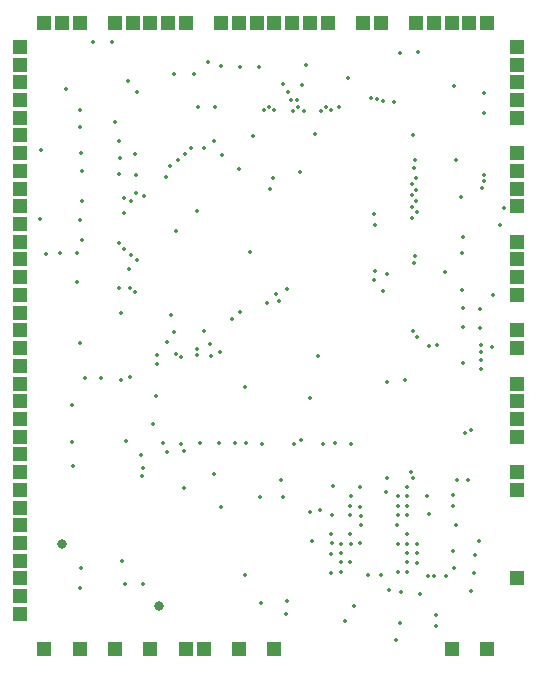
<source format=gbs>
G04*
G04 #@! TF.GenerationSoftware,Altium Limited,Altium Designer,19.1.9 (167)*
G04*
G04 Layer_Color=16711935*
%FSLAX44Y44*%
%MOMM*%
G71*
G01*
G75*
%ADD25R,1.3032X1.3032*%
%ADD26C,0.3500*%
%ADD27C,0.8000*%
D25*
X0Y510000D02*
D03*
X155000Y0D02*
D03*
X140000D02*
D03*
X420000Y60000D02*
D03*
X0Y120000D02*
D03*
Y240000D02*
D03*
Y345000D02*
D03*
Y360000D02*
D03*
Y330000D02*
D03*
Y315000D02*
D03*
Y300000D02*
D03*
Y285000D02*
D03*
Y270000D02*
D03*
Y255000D02*
D03*
Y225000D02*
D03*
Y210000D02*
D03*
Y195000D02*
D03*
Y180000D02*
D03*
Y165000D02*
D03*
Y150000D02*
D03*
Y135000D02*
D03*
Y105000D02*
D03*
Y90000D02*
D03*
Y75000D02*
D03*
Y60000D02*
D03*
Y45000D02*
D03*
Y30000D02*
D03*
X20000Y0D02*
D03*
X50000D02*
D03*
X110000D02*
D03*
X80000D02*
D03*
X215000D02*
D03*
X185000D02*
D03*
X0Y435000D02*
D03*
X420000Y135000D02*
D03*
Y225000D02*
D03*
Y255000D02*
D03*
Y270000D02*
D03*
Y300000D02*
D03*
Y315000D02*
D03*
Y345000D02*
D03*
Y375000D02*
D03*
Y390000D02*
D03*
Y405000D02*
D03*
Y420000D02*
D03*
Y330000D02*
D03*
X395000Y530000D02*
D03*
X380000D02*
D03*
X365000D02*
D03*
X350000D02*
D03*
X335000D02*
D03*
X305000D02*
D03*
X290000D02*
D03*
X260000D02*
D03*
X245000D02*
D03*
X230000D02*
D03*
X215000D02*
D03*
X200000D02*
D03*
X185000D02*
D03*
X20000D02*
D03*
X35000D02*
D03*
X50000D02*
D03*
X80000D02*
D03*
X95000D02*
D03*
X110000D02*
D03*
X125000D02*
D03*
X140000D02*
D03*
X170000D02*
D03*
X420000Y510000D02*
D03*
Y495000D02*
D03*
Y480000D02*
D03*
Y465000D02*
D03*
Y450000D02*
D03*
Y210000D02*
D03*
Y195000D02*
D03*
Y180000D02*
D03*
Y150000D02*
D03*
X0Y495000D02*
D03*
Y480000D02*
D03*
Y465000D02*
D03*
Y450000D02*
D03*
X395000Y0D02*
D03*
X365000D02*
D03*
X0Y420000D02*
D03*
Y405000D02*
D03*
Y390000D02*
D03*
Y375000D02*
D03*
D26*
X224750Y29750D02*
D03*
X318000Y8250D02*
D03*
X104250Y383750D02*
D03*
X17000Y422750D02*
D03*
X98000Y401250D02*
D03*
X92708Y230650D02*
D03*
X93000Y305750D02*
D03*
X84750Y285000D02*
D03*
X48000Y310750D02*
D03*
Y335750D02*
D03*
X91504Y322266D02*
D03*
X97000Y302250D02*
D03*
X97750Y386250D02*
D03*
X87250Y382250D02*
D03*
Y369500D02*
D03*
X16750Y364500D02*
D03*
X136250Y247250D02*
D03*
X161000Y248250D02*
D03*
X319516Y65503D02*
D03*
X321500Y22500D02*
D03*
X351750Y19750D02*
D03*
X351500Y28750D02*
D03*
X204010Y39502D02*
D03*
X338500Y47000D02*
D03*
X202750Y128750D02*
D03*
X287500Y137500D02*
D03*
X114750Y214500D02*
D03*
X43250Y206750D02*
D03*
X68500Y229750D02*
D03*
X54750D02*
D03*
X33500Y335750D02*
D03*
X91000Y481000D02*
D03*
X242000Y495000D02*
D03*
X222500Y479000D02*
D03*
X392500Y471250D02*
D03*
X392250Y454000D02*
D03*
X374750Y349000D02*
D03*
X171000Y418250D02*
D03*
X158750Y497250D02*
D03*
X164250Y430250D02*
D03*
X88500Y55500D02*
D03*
X103500Y55000D02*
D03*
X50500Y51500D02*
D03*
X51000Y69000D02*
D03*
X376000Y183500D02*
D03*
X226000Y40750D02*
D03*
X190250Y62750D02*
D03*
X388000Y91500D02*
D03*
X385000Y80000D02*
D03*
X383750Y64250D02*
D03*
X381750Y49500D02*
D03*
X378750Y143000D02*
D03*
X369250D02*
D03*
X237500Y177250D02*
D03*
X43750Y175250D02*
D03*
X85000Y228000D02*
D03*
X112500Y191000D02*
D03*
X194500Y336250D02*
D03*
X50750Y259250D02*
D03*
X115250Y241750D02*
D03*
X131750Y250000D02*
D03*
X129756Y268513D02*
D03*
X123750Y260500D02*
D03*
X127750Y283250D02*
D03*
X186250Y285500D02*
D03*
X208500Y292750D02*
D03*
X115250Y248750D02*
D03*
X149250D02*
D03*
Y254500D02*
D03*
X160500Y258250D02*
D03*
X168500Y251750D02*
D03*
X155500Y269750D02*
D03*
X179009Y279264D02*
D03*
X219250Y295000D02*
D03*
X310250Y145250D02*
D03*
X287750Y120750D02*
D03*
X325750Y227750D02*
D03*
X381250Y186000D02*
D03*
X216000Y300500D02*
D03*
X225250Y304750D02*
D03*
X399500Y255750D02*
D03*
X390250Y257750D02*
D03*
X352750D02*
D03*
X390000Y252000D02*
D03*
X345500Y257000D02*
D03*
X389750Y244750D02*
D03*
X390000Y237000D02*
D03*
X389250Y287750D02*
D03*
X389000Y272250D02*
D03*
X333500Y326750D02*
D03*
X334000Y333000D02*
D03*
X374250Y272750D02*
D03*
X335500Y264500D02*
D03*
X332250Y269250D02*
D03*
X359250Y319750D02*
D03*
X400250Y299750D02*
D03*
X372750Y382500D02*
D03*
X306750Y464250D02*
D03*
X269250Y459000D02*
D03*
X277500Y484000D02*
D03*
X238500Y478000D02*
D03*
X333250Y407500D02*
D03*
X334250Y414500D02*
D03*
X390929Y390429D02*
D03*
X392250Y396250D02*
D03*
Y401750D02*
D03*
X368768Y414270D02*
D03*
X331500Y364750D02*
D03*
X335250Y399000D02*
D03*
X331500Y394250D02*
D03*
X334750Y389250D02*
D03*
X331500Y384250D02*
D03*
X335000Y379500D02*
D03*
X331500Y374250D02*
D03*
X336000Y370000D02*
D03*
X332500Y435750D02*
D03*
X213750Y399000D02*
D03*
X149250Y371000D02*
D03*
X321000Y505250D02*
D03*
X336750Y505750D02*
D03*
X301500Y466000D02*
D03*
X296500Y467000D02*
D03*
X316000Y463750D02*
D03*
X258750Y459250D02*
D03*
X263013Y456272D02*
D03*
X254250Y456000D02*
D03*
X240000Y455750D02*
D03*
X235000Y459250D02*
D03*
X237000Y404500D02*
D03*
X230750Y455750D02*
D03*
X234500Y464750D02*
D03*
X229000Y465000D02*
D03*
X214500Y456500D02*
D03*
X210000Y459500D02*
D03*
X205750Y456750D02*
D03*
X165000Y459250D02*
D03*
X150250Y459000D02*
D03*
X123000Y400000D02*
D03*
X144000Y424000D02*
D03*
X139000Y419250D02*
D03*
X133500Y414000D02*
D03*
X126750Y409250D02*
D03*
X87750Y339250D02*
D03*
X83250Y344250D02*
D03*
X93750Y333500D02*
D03*
X98750Y329250D02*
D03*
X93500Y379500D02*
D03*
X83250Y430500D02*
D03*
X52500Y405250D02*
D03*
X51500Y420000D02*
D03*
X80250Y446750D02*
D03*
X84500Y415750D02*
D03*
X83250Y402000D02*
D03*
X50750Y456500D02*
D03*
X50250Y442250D02*
D03*
X131750Y354250D02*
D03*
X190250Y221750D02*
D03*
X251500Y248500D02*
D03*
X300000Y320250D02*
D03*
X300500Y359500D02*
D03*
X77750Y514250D02*
D03*
X61250D02*
D03*
X367000Y477000D02*
D03*
X373750Y335750D02*
D03*
X245250Y212750D02*
D03*
X256250Y173500D02*
D03*
X97250Y419000D02*
D03*
X21250Y334750D02*
D03*
X83750Y306250D02*
D03*
X226500Y471750D02*
D03*
X99000D02*
D03*
X197250Y434500D02*
D03*
X249500Y436000D02*
D03*
X85750Y75000D02*
D03*
X163871Y148313D02*
D03*
X169750Y120500D02*
D03*
X374250Y289000D02*
D03*
X307000Y303250D02*
D03*
X138750Y167500D02*
D03*
X44750Y155350D02*
D03*
X104000Y153100D02*
D03*
X101750Y164600D02*
D03*
X123750Y166850D02*
D03*
X103000Y146850D02*
D03*
X310500Y317750D02*
D03*
X299250Y312750D02*
D03*
X373750Y304000D02*
D03*
X299250Y368500D02*
D03*
X51726Y346726D02*
D03*
X38750Y474000D02*
D03*
X366750Y68750D02*
D03*
X366500Y131000D02*
D03*
X344500Y129750D02*
D03*
X366500Y121500D02*
D03*
X346250Y114250D02*
D03*
X368500Y105500D02*
D03*
X366000Y83000D02*
D03*
X360000Y62250D02*
D03*
X350250D02*
D03*
X345250D02*
D03*
X271250Y65250D02*
D03*
X263513Y114009D02*
D03*
X222511Y128759D02*
D03*
X246763Y91757D02*
D03*
X220261Y143510D02*
D03*
X263263Y98008D02*
D03*
X263500Y90000D02*
D03*
X264500Y138000D02*
D03*
X211000Y389750D02*
D03*
X185250Y406750D02*
D03*
X146750Y487000D02*
D03*
X327517Y97508D02*
D03*
X130250Y486750D02*
D03*
X155500Y424750D02*
D03*
X279250Y97750D02*
D03*
X374250Y242250D02*
D03*
X336000Y81500D02*
D03*
X327250D02*
D03*
X310500Y226250D02*
D03*
X327500Y73750D02*
D03*
X327267Y121509D02*
D03*
X311750Y50500D02*
D03*
X319250Y89500D02*
D03*
X138250Y136500D02*
D03*
X335517Y89257D02*
D03*
X202000Y493000D02*
D03*
X327500Y89250D02*
D03*
X169750Y493500D02*
D03*
X309516Y133009D02*
D03*
X186000Y492750D02*
D03*
X271250Y89500D02*
D03*
X321750Y48250D02*
D03*
X191250Y174250D02*
D03*
X204750Y174000D02*
D03*
X181250Y174750D02*
D03*
X271500Y81500D02*
D03*
X167750Y174500D02*
D03*
X152000D02*
D03*
X262500Y81000D02*
D03*
X263013Y64756D02*
D03*
X287500Y89750D02*
D03*
X282353Y36500D02*
D03*
X279514Y89507D02*
D03*
X274352Y24000D02*
D03*
X279250Y73750D02*
D03*
X271250D02*
D03*
X136000Y174000D02*
D03*
X120500Y174250D02*
D03*
X89000Y176250D02*
D03*
X50750Y363500D02*
D03*
X305000Y62500D02*
D03*
X52250Y379250D02*
D03*
X294000Y62500D02*
D03*
X327500Y65500D02*
D03*
X335517Y73257D02*
D03*
X330438Y150000D02*
D03*
X332250Y145000D02*
D03*
X279500Y129750D02*
D03*
X266250Y174500D02*
D03*
X280250Y174000D02*
D03*
X245250Y116000D02*
D03*
X253750Y118250D02*
D03*
X319750Y113750D02*
D03*
X231500Y174000D02*
D03*
X327250Y113500D02*
D03*
X406270Y359021D02*
D03*
X409750Y374000D02*
D03*
X319500Y129500D02*
D03*
X319250Y121250D02*
D03*
X327500Y129500D02*
D03*
X327000Y137500D02*
D03*
X319000Y105500D02*
D03*
X288000Y105250D02*
D03*
X279250Y113750D02*
D03*
X288000Y113000D02*
D03*
X279264Y121259D02*
D03*
D27*
X117500Y36750D02*
D03*
X34750Y89250D02*
D03*
M02*

</source>
